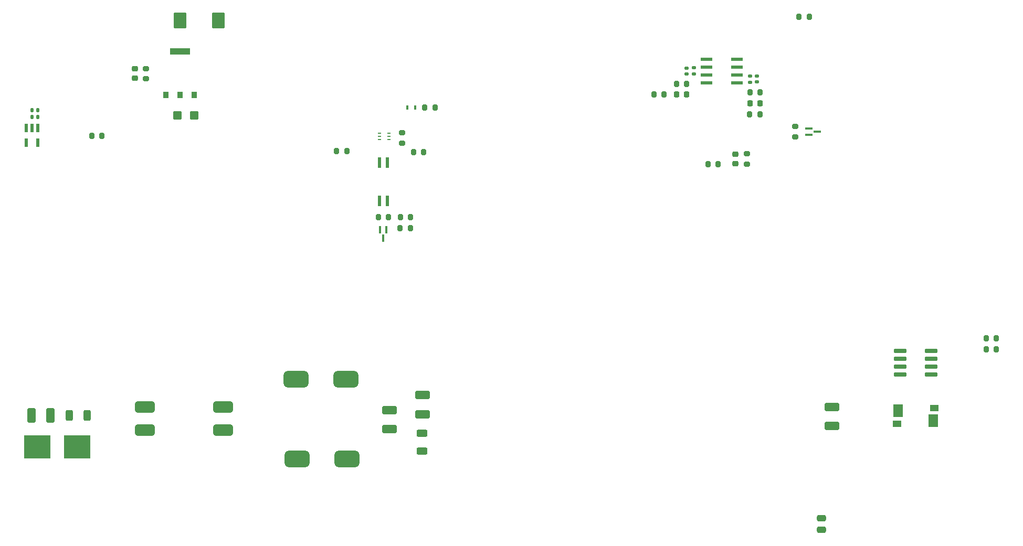
<source format=gbr>
%TF.GenerationSoftware,KiCad,Pcbnew,8.0.6*%
%TF.CreationDate,2025-06-02T13:03:20-04:00*%
%TF.ProjectId,CAEN_NEVIS_DAQ_3p3V,4341454e-5f4e-4455-9649-535f4441515f,rev?*%
%TF.SameCoordinates,Original*%
%TF.FileFunction,Paste,Top*%
%TF.FilePolarity,Positive*%
%FSLAX46Y46*%
G04 Gerber Fmt 4.6, Leading zero omitted, Abs format (unit mm)*
G04 Created by KiCad (PCBNEW 8.0.6) date 2025-06-02 13:03:20*
%MOMM*%
%LPD*%
G01*
G04 APERTURE LIST*
G04 Aperture macros list*
%AMRoundRect*
0 Rectangle with rounded corners*
0 $1 Rounding radius*
0 $2 $3 $4 $5 $6 $7 $8 $9 X,Y pos of 4 corners*
0 Add a 4 corners polygon primitive as box body*
4,1,4,$2,$3,$4,$5,$6,$7,$8,$9,$2,$3,0*
0 Add four circle primitives for the rounded corners*
1,1,$1+$1,$2,$3*
1,1,$1+$1,$4,$5*
1,1,$1+$1,$6,$7*
1,1,$1+$1,$8,$9*
0 Add four rect primitives between the rounded corners*
20,1,$1+$1,$2,$3,$4,$5,0*
20,1,$1+$1,$4,$5,$6,$7,0*
20,1,$1+$1,$6,$7,$8,$9,0*
20,1,$1+$1,$8,$9,$2,$3,0*%
G04 Aperture macros list end*
%ADD10R,0.889000X1.016000*%
%ADD11R,3.200000X1.000000*%
%ADD12R,1.161200X0.350800*%
%ADD13R,0.350800X1.161200*%
%ADD14R,0.558800X1.473200*%
%ADD15R,1.981200X0.558800*%
%ADD16RoundRect,0.075000X0.910000X0.225000X-0.910000X0.225000X-0.910000X-0.225000X0.910000X-0.225000X0*%
%ADD17RoundRect,0.200000X0.200000X0.275000X-0.200000X0.275000X-0.200000X-0.275000X0.200000X-0.275000X0*%
%ADD18RoundRect,0.135000X-0.185000X0.135000X-0.185000X-0.135000X0.185000X-0.135000X0.185000X0.135000X0*%
%ADD19RoundRect,0.200000X0.275000X-0.200000X0.275000X0.200000X-0.275000X0.200000X-0.275000X-0.200000X0*%
%ADD20RoundRect,0.200000X-0.200000X-0.275000X0.200000X-0.275000X0.200000X0.275000X-0.200000X0.275000X0*%
%ADD21RoundRect,0.200000X-0.275000X0.200000X-0.275000X-0.200000X0.275000X-0.200000X0.275000X0.200000X0*%
%ADD22R,1.390000X1.140000*%
%ADD23R,1.650000X2.010000*%
%ADD24RoundRect,0.250000X0.625000X-0.312500X0.625000X0.312500X-0.625000X0.312500X-0.625000X-0.312500X0*%
%ADD25RoundRect,0.250000X-0.312500X-0.625000X0.312500X-0.625000X0.312500X0.625000X-0.312500X0.625000X0*%
%ADD26R,0.558800X1.651000*%
%ADD27R,0.533400X0.254000*%
%ADD28R,0.444500X0.711200*%
%ADD29RoundRect,0.675000X-1.325000X0.675000X-1.325000X-0.675000X1.325000X-0.675000X1.325000X0.675000X0*%
%ADD30RoundRect,0.475000X1.125000X-0.475000X1.125000X0.475000X-1.125000X0.475000X-1.125000X-0.475000X0*%
%ADD31R,4.241800X3.810000*%
%ADD32RoundRect,0.140000X0.140000X0.170000X-0.140000X0.170000X-0.140000X-0.170000X0.140000X-0.170000X0*%
%ADD33RoundRect,0.225000X0.225000X0.250000X-0.225000X0.250000X-0.225000X-0.250000X0.225000X-0.250000X0*%
%ADD34RoundRect,0.140000X-0.170000X0.140000X-0.170000X-0.140000X0.170000X-0.140000X0.170000X0.140000X0*%
%ADD35RoundRect,0.225000X-0.225000X-0.250000X0.225000X-0.250000X0.225000X0.250000X-0.225000X0.250000X0*%
%ADD36RoundRect,0.225000X-0.250000X0.225000X-0.250000X-0.225000X0.250000X-0.225000X0.250000X0.225000X0*%
%ADD37RoundRect,0.250000X-0.787500X-1.025000X0.787500X-1.025000X0.787500X1.025000X-0.787500X1.025000X0*%
%ADD38RoundRect,0.250000X0.450000X0.425000X-0.450000X0.425000X-0.450000X-0.425000X0.450000X-0.425000X0*%
%ADD39RoundRect,0.250000X0.475000X-0.250000X0.475000X0.250000X-0.475000X0.250000X-0.475000X-0.250000X0*%
%ADD40RoundRect,0.250000X0.412500X0.925000X-0.412500X0.925000X-0.412500X-0.925000X0.412500X-0.925000X0*%
%ADD41RoundRect,0.250000X-0.925000X0.412500X-0.925000X-0.412500X0.925000X-0.412500X0.925000X0.412500X0*%
G04 APERTURE END LIST*
D10*
%TO.C,U2*%
X90008600Y-48196250D03*
X92320000Y-48196250D03*
X94631400Y-48196250D03*
D11*
X92320000Y-41203750D03*
%TD*%
D12*
%TO.C,M3*%
X193755000Y-53660001D03*
X193755000Y-54659999D03*
X195105000Y-54160000D03*
%TD*%
D13*
%TO.C,M1*%
X125604999Y-70000000D03*
X124605001Y-70000000D03*
X125105000Y-71350000D03*
%TD*%
D14*
%TO.C,U6*%
X69395001Y-53556200D03*
X68445000Y-53556200D03*
X67494999Y-53556200D03*
X67494999Y-55943800D03*
X69395001Y-55943800D03*
%TD*%
D15*
%TO.C,U4*%
X182183800Y-46285000D03*
X182183800Y-45015000D03*
X182183800Y-43745000D03*
X182183800Y-42475000D03*
X177256200Y-42475000D03*
X177256200Y-43745000D03*
X177256200Y-45015000D03*
X177256200Y-46285000D03*
%TD*%
D16*
%TO.C,U3*%
X213437500Y-93332500D03*
X213437500Y-92062500D03*
X213437500Y-90792500D03*
X213437500Y-89522500D03*
X208497500Y-89522500D03*
X208497500Y-90792500D03*
X208497500Y-92062500D03*
X208497500Y-93332500D03*
%TD*%
D17*
%TO.C,R25*%
X79715000Y-54820000D03*
X78065000Y-54820000D03*
%TD*%
%TO.C,R23*%
X170395000Y-48180000D03*
X168745000Y-48180000D03*
%TD*%
%TO.C,R22*%
X174045000Y-46440000D03*
X172395000Y-46440000D03*
%TD*%
D18*
%TO.C,R21*%
X175230000Y-43870000D03*
X175230000Y-44890000D03*
%TD*%
D19*
%TO.C,R20*%
X191550000Y-54985000D03*
X191550000Y-53335000D03*
%TD*%
D17*
%TO.C,R19*%
X224015000Y-87530000D03*
X222365000Y-87530000D03*
%TD*%
%TO.C,R18*%
X224015000Y-89310000D03*
X222365000Y-89310000D03*
%TD*%
%TO.C,R17*%
X185845000Y-51350000D03*
X184195000Y-51350000D03*
%TD*%
D20*
%TO.C,R16*%
X184235000Y-47810000D03*
X185885000Y-47810000D03*
%TD*%
D18*
%TO.C,R15*%
X184240000Y-45150000D03*
X184240000Y-46170000D03*
%TD*%
D17*
%TO.C,R14*%
X193835000Y-35650000D03*
X192185000Y-35650000D03*
%TD*%
D19*
%TO.C,R13*%
X86805000Y-45613750D03*
X86805000Y-43963750D03*
%TD*%
D17*
%TO.C,R12*%
X179115000Y-59405000D03*
X177465000Y-59405000D03*
%TD*%
D21*
%TO.C,R11*%
X183750000Y-57755000D03*
X183750000Y-59405000D03*
%TD*%
D22*
%TO.C,R10*%
X207980000Y-101285000D03*
X213950000Y-98745000D03*
D23*
X208110000Y-99180000D03*
X213820000Y-100850000D03*
%TD*%
D19*
%TO.C,R9*%
X128163000Y-56018000D03*
X128163000Y-54368000D03*
%TD*%
D20*
%TO.C,R8*%
X117585000Y-57330000D03*
X119235000Y-57330000D03*
%TD*%
D17*
%TO.C,R7*%
X125940000Y-67975000D03*
X124290000Y-67975000D03*
%TD*%
%TO.C,R6*%
X129490000Y-67985000D03*
X127840000Y-67985000D03*
%TD*%
%TO.C,R5*%
X133430000Y-50235000D03*
X131780000Y-50235000D03*
%TD*%
D20*
%TO.C,R4*%
X127830000Y-69755000D03*
X129480000Y-69755000D03*
%TD*%
D17*
%TO.C,R3*%
X131620000Y-57505000D03*
X129970000Y-57505000D03*
%TD*%
D24*
%TO.C,R2*%
X131390000Y-105737500D03*
X131390000Y-102812500D03*
%TD*%
D25*
%TO.C,R1*%
X74437500Y-99955000D03*
X77362500Y-99955000D03*
%TD*%
D26*
%TO.C,Q1*%
X125740000Y-59130800D03*
X124470000Y-59130800D03*
X124470000Y-65379200D03*
X125740000Y-65379200D03*
%TD*%
D27*
%TO.C,M2*%
X126027000Y-55443000D03*
X126027000Y-54935000D03*
X126027000Y-54427000D03*
X124503000Y-54427000D03*
X124503000Y-54935000D03*
X124503000Y-55443000D03*
%TD*%
D28*
%TO.C,LED1*%
X128986350Y-50235000D03*
X130243650Y-50235000D03*
%TD*%
D29*
%TO.C,L3*%
X111205000Y-106955000D03*
X119205000Y-106955000D03*
%TD*%
D30*
%TO.C,L2*%
X99230000Y-98625000D03*
X99230000Y-102325000D03*
X86630000Y-102325000D03*
X86630000Y-98625000D03*
%TD*%
D29*
%TO.C,L1*%
X111055000Y-94145000D03*
X119055000Y-94145000D03*
%TD*%
D31*
%TO.C,F1*%
X69332300Y-105045000D03*
X75707700Y-105045000D03*
%TD*%
D32*
%TO.C,C23*%
X69400000Y-51800000D03*
X68440000Y-51800000D03*
%TD*%
%TO.C,C22*%
X69410000Y-50660000D03*
X68450000Y-50660000D03*
%TD*%
D33*
%TO.C,C21*%
X173985000Y-48180000D03*
X172435000Y-48180000D03*
%TD*%
D34*
%TO.C,C20*%
X174050000Y-43900000D03*
X174050000Y-44860000D03*
%TD*%
D35*
%TO.C,C19*%
X184295000Y-49590000D03*
X185845000Y-49590000D03*
%TD*%
D34*
%TO.C,C18*%
X185380000Y-45180000D03*
X185380000Y-46140000D03*
%TD*%
D36*
%TO.C,C16*%
X85045000Y-44013750D03*
X85045000Y-45563750D03*
%TD*%
%TO.C,C15*%
X181910000Y-57815000D03*
X181910000Y-59365000D03*
%TD*%
D37*
%TO.C,C14*%
X92317500Y-36243750D03*
X98542500Y-36243750D03*
%TD*%
D38*
%TO.C,C13*%
X94625000Y-51528750D03*
X91925000Y-51528750D03*
%TD*%
D39*
%TO.C,C11*%
X195750000Y-118450000D03*
X195750000Y-116550000D03*
%TD*%
D40*
%TO.C,C5*%
X71407500Y-99955000D03*
X68332500Y-99955000D03*
%TD*%
D41*
%TO.C,C3*%
X197485000Y-98577500D03*
X197485000Y-101652500D03*
%TD*%
%TO.C,C2*%
X126110000Y-99120000D03*
X126110000Y-102195000D03*
%TD*%
%TO.C,C1*%
X131400000Y-96687500D03*
X131400000Y-99762500D03*
%TD*%
M02*

</source>
